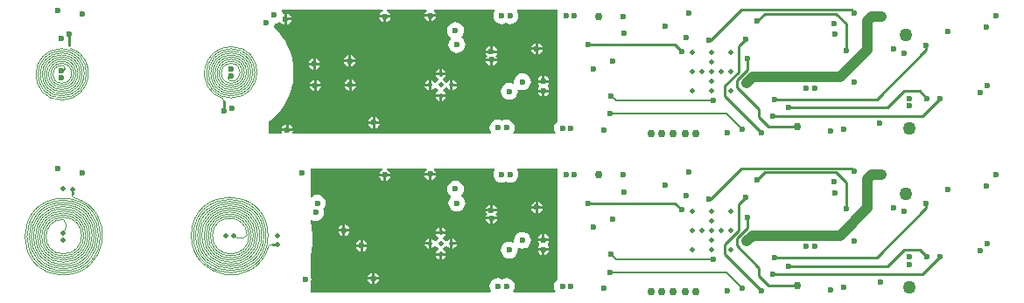
<source format=gbl>
G04*
G04 #@! TF.GenerationSoftware,Altium Limited,Altium Designer,19.1.9 (167)*
G04*
G04 Layer_Physical_Order=4*
G04 Layer_Color=16711680*
%FSLAX24Y24*%
%MOIN*%
G70*
G01*
G75*
%ADD10C,0.0040*%
%ADD12C,0.0060*%
%ADD38C,0.0100*%
%ADD40C,0.0090*%
%ADD41C,0.0080*%
%ADD44C,0.0400*%
%ADD51C,0.0236*%
%ADD52C,0.0300*%
%ADD53C,0.0500*%
%ADD54C,0.0197*%
%ADD55C,0.0200*%
G36*
X20700Y6823D02*
X20658Y6791D01*
X20607Y6724D01*
X20575Y6647D01*
X20564Y6564D01*
X20575Y6481D01*
X20607Y6403D01*
X20619Y6387D01*
X20597Y6342D01*
X19029D01*
X19007Y6387D01*
X19023Y6408D01*
X19055Y6486D01*
X19066Y6569D01*
X19055Y6652D01*
X19023Y6729D01*
X18972Y6796D01*
X18905Y6847D01*
X18828Y6879D01*
X18745Y6890D01*
X18662Y6879D01*
X18586Y6847D01*
X18510Y6879D01*
X18427Y6890D01*
X18344Y6879D01*
X18267Y6847D01*
X18200Y6796D01*
X18149Y6729D01*
X18117Y6652D01*
X18106Y6569D01*
X18117Y6486D01*
X18149Y6408D01*
X18166Y6387D01*
X18143Y6342D01*
X10617D01*
X10593Y6387D01*
X10605Y6405D01*
X10612Y6440D01*
X10188D01*
X10195Y6405D01*
X10207Y6387D01*
X10183Y6342D01*
X9710D01*
Y6814D01*
X9846Y6922D01*
X10011Y7082D01*
X10160Y7258D01*
X10291Y7448D01*
X10402Y7649D01*
X10494Y7861D01*
X10564Y8080D01*
X10612Y8306D01*
X10638Y8535D01*
X10640Y8650D01*
X10640Y8650D01*
X10641Y8766D01*
X10622Y8997D01*
X10579Y9225D01*
X10515Y9448D01*
X10429Y9663D01*
X10322Y9869D01*
X10196Y10063D01*
X10051Y10244D01*
X9889Y10411D01*
X9879Y10419D01*
X9888Y10430D01*
X9920Y10507D01*
X9926Y10551D01*
X9993Y10560D01*
X10070Y10592D01*
X10093Y10609D01*
X10160Y10597D01*
X10183Y10563D01*
X10255Y10515D01*
X10290Y10508D01*
Y10720D01*
Y10932D01*
X10273Y10929D01*
X10229Y10949D01*
X10217Y10960D01*
X10188Y11030D01*
X10186Y11033D01*
X10208Y11078D01*
X14044D01*
X14049Y11028D01*
X14035Y11025D01*
X13963Y10977D01*
X13915Y10904D01*
X13908Y10869D01*
X14332D01*
X14325Y10904D01*
X14277Y10977D01*
X14205Y11025D01*
X14191Y11028D01*
X14196Y11078D01*
X15697D01*
X15712Y11028D01*
X15690Y11013D01*
X15642Y10941D01*
X15635Y10905D01*
X16060D01*
X16053Y10941D01*
X16004Y11013D01*
X15982Y11028D01*
X15997Y11078D01*
X18279D01*
X18303Y11028D01*
X18289Y11009D01*
X18257Y10932D01*
X18246Y10849D01*
X18257Y10766D01*
X18289Y10688D01*
X18340Y10622D01*
X18407Y10571D01*
X18484Y10539D01*
X18567Y10528D01*
X18650Y10539D01*
X18726Y10570D01*
X18802Y10539D01*
X18885Y10528D01*
X18968Y10539D01*
X19045Y10571D01*
X19112Y10622D01*
X19163Y10688D01*
X19195Y10766D01*
X19206Y10849D01*
X19195Y10932D01*
X19163Y11009D01*
X19149Y11028D01*
X19173Y11078D01*
X20700Y11078D01*
Y6823D01*
D02*
G37*
G36*
Y773D02*
X20658Y741D01*
X20607Y674D01*
X20575Y597D01*
X20564Y514D01*
X20575Y431D01*
X20607Y353D01*
X20619Y337D01*
X20597Y292D01*
X19029D01*
X19007Y337D01*
X19023Y358D01*
X19055Y436D01*
X19066Y519D01*
X19055Y602D01*
X19023Y679D01*
X18972Y746D01*
X18905Y797D01*
X18828Y829D01*
X18745Y840D01*
X18662Y829D01*
X18586Y797D01*
X18510Y829D01*
X18427Y840D01*
X18344Y829D01*
X18267Y797D01*
X18200Y746D01*
X18149Y679D01*
X18117Y602D01*
X18106Y519D01*
X18117Y436D01*
X18149Y358D01*
X18166Y337D01*
X18143Y292D01*
X11280D01*
Y682D01*
X11295Y705D01*
X11312Y790D01*
X11295Y875D01*
X11280Y898D01*
Y1702D01*
X11314Y1867D01*
X11346Y2174D01*
X11347Y2329D01*
X11347Y2329D01*
X11349Y2484D01*
X11321Y2794D01*
X11280Y3011D01*
Y3036D01*
X11330Y3058D01*
X11397Y3030D01*
X11480Y3019D01*
X11563Y3030D01*
X11640Y3062D01*
X11707Y3113D01*
X11758Y3180D01*
X11790Y3257D01*
X11801Y3340D01*
X11790Y3423D01*
X11771Y3469D01*
X11777Y3473D01*
X11828Y3540D01*
X11860Y3617D01*
X11871Y3700D01*
X11860Y3783D01*
X11828Y3860D01*
X11777Y3927D01*
X11710Y3978D01*
X11633Y4010D01*
X11550Y4021D01*
X11467Y4010D01*
X11390Y3978D01*
X11330Y3932D01*
X11280Y3945D01*
Y5028D01*
X14044D01*
X14049Y4978D01*
X14035Y4975D01*
X13963Y4927D01*
X13915Y4854D01*
X13908Y4819D01*
X14332D01*
X14325Y4854D01*
X14277Y4927D01*
X14205Y4975D01*
X14191Y4978D01*
X14196Y5028D01*
X15697D01*
X15712Y4978D01*
X15690Y4963D01*
X15642Y4891D01*
X15635Y4855D01*
X16060D01*
X16053Y4891D01*
X16004Y4963D01*
X15982Y4978D01*
X15997Y5028D01*
X18279D01*
X18303Y4978D01*
X18289Y4959D01*
X18257Y4882D01*
X18246Y4799D01*
X18257Y4716D01*
X18289Y4638D01*
X18340Y4572D01*
X18407Y4521D01*
X18484Y4489D01*
X18567Y4478D01*
X18650Y4489D01*
X18726Y4520D01*
X18802Y4489D01*
X18885Y4478D01*
X18968Y4489D01*
X19045Y4521D01*
X19112Y4572D01*
X19163Y4638D01*
X19195Y4716D01*
X19206Y4799D01*
X19195Y4882D01*
X19163Y4959D01*
X19149Y4978D01*
X19173Y5028D01*
X20700Y5028D01*
Y773D01*
D02*
G37*
%LPC*%
G36*
X10390Y10932D02*
Y10770D01*
X10552D01*
X10545Y10805D01*
X10497Y10877D01*
X10425Y10925D01*
X10390Y10932D01*
D02*
G37*
G36*
X16060Y10805D02*
X15897D01*
Y10643D01*
X15932Y10650D01*
X16004Y10698D01*
X16053Y10770D01*
X16060Y10805D01*
D02*
G37*
G36*
X15797D02*
X15635D01*
X15642Y10770D01*
X15690Y10698D01*
X15762Y10650D01*
X15797Y10643D01*
Y10805D01*
D02*
G37*
G36*
X14332Y10769D02*
X14170D01*
Y10607D01*
X14205Y10614D01*
X14277Y10662D01*
X14325Y10734D01*
X14332Y10769D01*
D02*
G37*
G36*
X14070D02*
X13908D01*
X13915Y10734D01*
X13963Y10662D01*
X14035Y10614D01*
X14070Y10607D01*
Y10769D01*
D02*
G37*
G36*
X10552Y10670D02*
X10390D01*
Y10508D01*
X10425Y10515D01*
X10497Y10563D01*
X10545Y10635D01*
X10552Y10670D01*
D02*
G37*
G36*
X19961Y9801D02*
Y9639D01*
X20124D01*
X20117Y9674D01*
X20068Y9746D01*
X19996Y9794D01*
X19961Y9801D01*
D02*
G37*
G36*
X19861D02*
X19826Y9794D01*
X19754Y9746D01*
X19706Y9674D01*
X19699Y9639D01*
X19861D01*
Y9801D01*
D02*
G37*
G36*
X18227Y9691D02*
Y9529D01*
X18390D01*
X18383Y9564D01*
X18334Y9636D01*
X18262Y9684D01*
X18227Y9691D01*
D02*
G37*
G36*
X18127D02*
X18092Y9684D01*
X18020Y9636D01*
X17972Y9564D01*
X17965Y9529D01*
X18127D01*
Y9691D01*
D02*
G37*
G36*
X16807Y10606D02*
X16724Y10595D01*
X16647Y10563D01*
X16580Y10512D01*
X16529Y10446D01*
X16497Y10368D01*
X16486Y10285D01*
X16497Y10202D01*
X16529Y10125D01*
X16580Y10059D01*
X16620Y10028D01*
X16630Y9975D01*
X16624Y9965D01*
X16579Y9906D01*
X16547Y9828D01*
X16536Y9745D01*
X16547Y9662D01*
X16579Y9585D01*
X16630Y9519D01*
X16697Y9468D01*
X16774Y9436D01*
X16857Y9425D01*
X16940Y9436D01*
X17018Y9468D01*
X17084Y9519D01*
X17135Y9585D01*
X17167Y9662D01*
X17178Y9745D01*
X17167Y9828D01*
X17135Y9906D01*
X17084Y9972D01*
X17044Y10003D01*
X17035Y10056D01*
X17040Y10066D01*
X17085Y10125D01*
X17117Y10202D01*
X17128Y10285D01*
X17117Y10368D01*
X17085Y10446D01*
X17034Y10512D01*
X16968Y10563D01*
X16890Y10595D01*
X16807Y10606D01*
D02*
G37*
G36*
X20124Y9539D02*
X19961D01*
Y9376D01*
X19996Y9383D01*
X20068Y9432D01*
X20117Y9504D01*
X20124Y9539D01*
D02*
G37*
G36*
X19861D02*
X19699D01*
X19706Y9504D01*
X19754Y9432D01*
X19826Y9383D01*
X19861Y9376D01*
Y9539D01*
D02*
G37*
G36*
X18390Y9429D02*
X17965D01*
X17972Y9394D01*
X18019Y9323D01*
X17974Y9255D01*
X17967Y9220D01*
X18392D01*
X18385Y9255D01*
X18337Y9326D01*
X18383Y9394D01*
X18390Y9429D01*
D02*
G37*
G36*
X12830Y9342D02*
Y9180D01*
X12992D01*
X12985Y9215D01*
X12937Y9287D01*
X12865Y9335D01*
X12830Y9342D01*
D02*
G37*
G36*
X12730D02*
X12695Y9335D01*
X12623Y9287D01*
X12575Y9215D01*
X12568Y9180D01*
X12730D01*
Y9342D01*
D02*
G37*
G36*
X11480Y9222D02*
Y9060D01*
X11642D01*
X11635Y9095D01*
X11587Y9167D01*
X11515Y9215D01*
X11480Y9222D01*
D02*
G37*
G36*
X11380D02*
X11345Y9215D01*
X11273Y9167D01*
X11225Y9095D01*
X11218Y9060D01*
X11380D01*
Y9222D01*
D02*
G37*
G36*
X18392Y9120D02*
X18229D01*
Y8957D01*
X18264Y8964D01*
X18336Y9013D01*
X18385Y9085D01*
X18392Y9120D01*
D02*
G37*
G36*
X18129D02*
X17967D01*
X17974Y9085D01*
X18022Y9013D01*
X18094Y8964D01*
X18129Y8957D01*
Y9120D01*
D02*
G37*
G36*
X12992Y9080D02*
X12830D01*
Y8918D01*
X12865Y8925D01*
X12937Y8973D01*
X12985Y9045D01*
X12992Y9080D01*
D02*
G37*
G36*
X12730D02*
X12568D01*
X12575Y9045D01*
X12623Y8973D01*
X12695Y8925D01*
X12730Y8918D01*
Y9080D01*
D02*
G37*
G36*
X11642Y8960D02*
X11480D01*
Y8798D01*
X11515Y8805D01*
X11587Y8853D01*
X11635Y8925D01*
X11642Y8960D01*
D02*
G37*
G36*
X11380D02*
X11218D01*
X11225Y8925D01*
X11273Y8853D01*
X11345Y8805D01*
X11380Y8798D01*
Y8960D01*
D02*
G37*
G36*
X16297Y8811D02*
Y8669D01*
X16440D01*
X16434Y8696D01*
X16390Y8762D01*
X16325Y8806D01*
X16297Y8811D01*
D02*
G37*
G36*
X16197D02*
X16170Y8806D01*
X16104Y8762D01*
X16060Y8696D01*
X16055Y8669D01*
X16197D01*
Y8811D01*
D02*
G37*
G36*
X20207Y8561D02*
Y8399D01*
X20370D01*
X20363Y8434D01*
X20314Y8506D01*
X20242Y8554D01*
X20207Y8561D01*
D02*
G37*
G36*
X20107D02*
X20072Y8554D01*
X20000Y8506D01*
X19952Y8434D01*
X19945Y8399D01*
X20107D01*
Y8561D01*
D02*
G37*
G36*
X16440Y8569D02*
X16055D01*
X16060Y8541D01*
X16104Y8476D01*
X16158Y8440D01*
X16161Y8427D01*
Y8397D01*
X16158Y8384D01*
X16104Y8348D01*
X16068Y8295D01*
X16055Y8292D01*
X16026D01*
X16013Y8295D01*
X15977Y8348D01*
X15911Y8392D01*
X15884Y8398D01*
Y8205D01*
Y8013D01*
X15911Y8019D01*
X15977Y8062D01*
X16013Y8116D01*
X16026Y8119D01*
X16055D01*
X16068Y8116D01*
X16104Y8062D01*
X16158Y8027D01*
X16161Y8013D01*
Y7984D01*
X16158Y7971D01*
X16104Y7935D01*
X16060Y7869D01*
X16055Y7842D01*
X16440D01*
X16434Y7869D01*
X16390Y7935D01*
X16337Y7971D01*
X16333Y7984D01*
Y8013D01*
X16337Y8027D01*
X16390Y8062D01*
X16426Y8116D01*
X16439Y8119D01*
X16469D01*
X16482Y8116D01*
X16518Y8062D01*
X16583Y8019D01*
X16611Y8013D01*
Y8205D01*
Y8398D01*
X16583Y8392D01*
X16518Y8348D01*
X16482Y8295D01*
X16469Y8292D01*
X16439D01*
X16426Y8295D01*
X16390Y8348D01*
X16337Y8384D01*
X16333Y8397D01*
Y8427D01*
X16337Y8440D01*
X16390Y8476D01*
X16434Y8541D01*
X16440Y8569D01*
D02*
G37*
G36*
X12850Y8422D02*
Y8260D01*
X13012D01*
X13005Y8295D01*
X12957Y8367D01*
X12885Y8415D01*
X12850Y8422D01*
D02*
G37*
G36*
X12750D02*
X12715Y8415D01*
X12643Y8367D01*
X12595Y8295D01*
X12588Y8260D01*
X12750D01*
Y8422D01*
D02*
G37*
G36*
X16711Y8398D02*
Y8255D01*
X16853D01*
X16848Y8283D01*
X16804Y8348D01*
X16738Y8392D01*
X16711Y8398D01*
D02*
G37*
G36*
X15784D02*
X15756Y8392D01*
X15691Y8348D01*
X15647Y8283D01*
X15641Y8255D01*
X15784D01*
Y8398D01*
D02*
G37*
G36*
X19357Y8650D02*
X19274Y8639D01*
X19197Y8607D01*
X19130Y8556D01*
X19079Y8489D01*
X19047Y8412D01*
X19036Y8329D01*
X19043Y8281D01*
X18997Y8248D01*
X18943Y8270D01*
X18860Y8281D01*
X18777Y8270D01*
X18700Y8238D01*
X18633Y8187D01*
X18582Y8120D01*
X18550Y8043D01*
X18539Y7960D01*
X18550Y7877D01*
X18582Y7800D01*
X18633Y7733D01*
X18700Y7682D01*
X18777Y7650D01*
X18860Y7639D01*
X18943Y7650D01*
X19020Y7682D01*
X19087Y7733D01*
X19138Y7800D01*
X19170Y7877D01*
X19181Y7960D01*
X19175Y8008D01*
X19221Y8041D01*
X19274Y8019D01*
X19357Y8008D01*
X19440Y8019D01*
X19518Y8051D01*
X19584Y8102D01*
X19635Y8168D01*
X19667Y8246D01*
X19678Y8329D01*
X19667Y8412D01*
X19635Y8489D01*
X19584Y8556D01*
X19518Y8607D01*
X19440Y8639D01*
X19357Y8650D01*
D02*
G37*
G36*
X11520Y8402D02*
Y8240D01*
X11682D01*
X11675Y8275D01*
X11627Y8347D01*
X11555Y8395D01*
X11520Y8402D01*
D02*
G37*
G36*
X11420D02*
X11385Y8395D01*
X11313Y8347D01*
X11265Y8275D01*
X11258Y8240D01*
X11420D01*
Y8402D01*
D02*
G37*
G36*
X20370Y8299D02*
X19945D01*
X19952Y8264D01*
X20000Y8192D01*
X20000Y8191D01*
Y8141D01*
X20000Y8141D01*
X19952Y8069D01*
X19945Y8034D01*
X20370D01*
X20363Y8069D01*
X20314Y8141D01*
X20314Y8141D01*
Y8191D01*
X20314Y8192D01*
X20363Y8264D01*
X20370Y8299D01*
D02*
G37*
G36*
X16853Y8155D02*
X16711D01*
Y8013D01*
X16738Y8019D01*
X16804Y8062D01*
X16848Y8128D01*
X16853Y8155D01*
D02*
G37*
G36*
X15784D02*
X15641D01*
X15647Y8128D01*
X15691Y8062D01*
X15756Y8019D01*
X15784Y8013D01*
Y8155D01*
D02*
G37*
G36*
X13012Y8160D02*
X12850D01*
Y7998D01*
X12885Y8005D01*
X12957Y8053D01*
X13005Y8125D01*
X13012Y8160D01*
D02*
G37*
G36*
X12750D02*
X12588D01*
X12595Y8125D01*
X12643Y8053D01*
X12715Y8005D01*
X12750Y7998D01*
Y8160D01*
D02*
G37*
G36*
X11682Y8140D02*
X11520D01*
Y7978D01*
X11555Y7985D01*
X11627Y8033D01*
X11675Y8105D01*
X11682Y8140D01*
D02*
G37*
G36*
X11420D02*
X11258D01*
X11265Y8105D01*
X11313Y8033D01*
X11385Y7985D01*
X11420Y7978D01*
Y8140D01*
D02*
G37*
G36*
X20370Y7934D02*
X20207D01*
Y7772D01*
X20242Y7779D01*
X20314Y7827D01*
X20363Y7899D01*
X20370Y7934D01*
D02*
G37*
G36*
X20107D02*
X19945D01*
X19952Y7899D01*
X20000Y7827D01*
X20072Y7779D01*
X20107Y7772D01*
Y7934D01*
D02*
G37*
G36*
X16440Y7742D02*
X16297D01*
Y7600D01*
X16325Y7605D01*
X16390Y7649D01*
X16434Y7715D01*
X16440Y7742D01*
D02*
G37*
G36*
X16197D02*
X16055D01*
X16060Y7715D01*
X16104Y7649D01*
X16170Y7605D01*
X16197Y7600D01*
Y7742D01*
D02*
G37*
G36*
X13750Y6982D02*
Y6820D01*
X13912D01*
X13905Y6855D01*
X13857Y6927D01*
X13785Y6975D01*
X13750Y6982D01*
D02*
G37*
G36*
X13650D02*
X13615Y6975D01*
X13543Y6927D01*
X13495Y6855D01*
X13488Y6820D01*
X13650D01*
Y6982D01*
D02*
G37*
G36*
X13912Y6720D02*
X13750D01*
Y6558D01*
X13785Y6565D01*
X13857Y6613D01*
X13905Y6685D01*
X13912Y6720D01*
D02*
G37*
G36*
X13650D02*
X13488D01*
X13495Y6685D01*
X13543Y6613D01*
X13615Y6565D01*
X13650Y6558D01*
Y6720D01*
D02*
G37*
G36*
X10450Y6702D02*
Y6540D01*
X10612D01*
X10605Y6575D01*
X10557Y6647D01*
X10485Y6695D01*
X10450Y6702D01*
D02*
G37*
G36*
X10350D02*
X10315Y6695D01*
X10243Y6647D01*
X10195Y6575D01*
X10188Y6540D01*
X10350D01*
Y6702D01*
D02*
G37*
G36*
X16060Y4755D02*
X15897D01*
Y4593D01*
X15932Y4600D01*
X16004Y4648D01*
X16053Y4720D01*
X16060Y4755D01*
D02*
G37*
G36*
X15797D02*
X15635D01*
X15642Y4720D01*
X15690Y4648D01*
X15762Y4600D01*
X15797Y4593D01*
Y4755D01*
D02*
G37*
G36*
X14332Y4719D02*
X14170D01*
Y4557D01*
X14205Y4564D01*
X14277Y4612D01*
X14325Y4684D01*
X14332Y4719D01*
D02*
G37*
G36*
X14070D02*
X13908D01*
X13915Y4684D01*
X13963Y4612D01*
X14035Y4564D01*
X14070Y4557D01*
Y4719D01*
D02*
G37*
G36*
X19961Y3751D02*
Y3589D01*
X20124D01*
X20117Y3624D01*
X20068Y3696D01*
X19996Y3744D01*
X19961Y3751D01*
D02*
G37*
G36*
X19861D02*
X19826Y3744D01*
X19754Y3696D01*
X19706Y3624D01*
X19699Y3589D01*
X19861D01*
Y3751D01*
D02*
G37*
G36*
X18227Y3641D02*
Y3479D01*
X18390D01*
X18383Y3514D01*
X18334Y3586D01*
X18262Y3634D01*
X18227Y3641D01*
D02*
G37*
G36*
X18127D02*
X18092Y3634D01*
X18020Y3586D01*
X17972Y3514D01*
X17965Y3479D01*
X18127D01*
Y3641D01*
D02*
G37*
G36*
X16807Y4556D02*
X16724Y4545D01*
X16647Y4513D01*
X16580Y4462D01*
X16529Y4396D01*
X16497Y4318D01*
X16486Y4235D01*
X16497Y4152D01*
X16529Y4075D01*
X16580Y4009D01*
X16620Y3978D01*
X16630Y3925D01*
X16624Y3915D01*
X16579Y3856D01*
X16547Y3778D01*
X16536Y3695D01*
X16547Y3612D01*
X16579Y3535D01*
X16630Y3469D01*
X16697Y3418D01*
X16774Y3386D01*
X16857Y3375D01*
X16940Y3386D01*
X17018Y3418D01*
X17084Y3469D01*
X17135Y3535D01*
X17167Y3612D01*
X17178Y3695D01*
X17167Y3778D01*
X17135Y3856D01*
X17084Y3922D01*
X17044Y3953D01*
X17035Y4006D01*
X17040Y4016D01*
X17085Y4075D01*
X17117Y4152D01*
X17128Y4235D01*
X17117Y4318D01*
X17085Y4396D01*
X17034Y4462D01*
X16968Y4513D01*
X16890Y4545D01*
X16807Y4556D01*
D02*
G37*
G36*
X20124Y3489D02*
X19961D01*
Y3326D01*
X19996Y3333D01*
X20068Y3382D01*
X20117Y3454D01*
X20124Y3489D01*
D02*
G37*
G36*
X19861D02*
X19699D01*
X19706Y3454D01*
X19754Y3382D01*
X19826Y3333D01*
X19861Y3326D01*
Y3489D01*
D02*
G37*
G36*
X18390Y3379D02*
X17965D01*
X17972Y3344D01*
X18019Y3273D01*
X17974Y3205D01*
X17967Y3170D01*
X18392D01*
X18385Y3205D01*
X18337Y3276D01*
X18383Y3344D01*
X18390Y3379D01*
D02*
G37*
G36*
X18392Y3070D02*
X18229D01*
Y2907D01*
X18264Y2914D01*
X18336Y2963D01*
X18385Y3035D01*
X18392Y3070D01*
D02*
G37*
G36*
X18129D02*
X17967D01*
X17974Y3035D01*
X18022Y2963D01*
X18094Y2914D01*
X18129Y2907D01*
Y3070D01*
D02*
G37*
G36*
X12610Y2872D02*
Y2710D01*
X12772D01*
X12765Y2745D01*
X12717Y2817D01*
X12645Y2865D01*
X12610Y2872D01*
D02*
G37*
G36*
X12510D02*
X12475Y2865D01*
X12403Y2817D01*
X12355Y2745D01*
X12348Y2710D01*
X12510D01*
Y2872D01*
D02*
G37*
G36*
X16297Y2761D02*
Y2619D01*
X16440D01*
X16434Y2646D01*
X16390Y2712D01*
X16325Y2756D01*
X16297Y2761D01*
D02*
G37*
G36*
X16197D02*
X16170Y2756D01*
X16104Y2712D01*
X16060Y2646D01*
X16055Y2619D01*
X16197D01*
Y2761D01*
D02*
G37*
G36*
X12772Y2610D02*
X12610D01*
Y2448D01*
X12645Y2455D01*
X12717Y2503D01*
X12765Y2575D01*
X12772Y2610D01*
D02*
G37*
G36*
X12510D02*
X12348D01*
X12355Y2575D01*
X12403Y2503D01*
X12475Y2455D01*
X12510Y2448D01*
Y2610D01*
D02*
G37*
G36*
X20207Y2511D02*
Y2349D01*
X20370D01*
X20363Y2384D01*
X20314Y2456D01*
X20242Y2504D01*
X20207Y2511D01*
D02*
G37*
G36*
X20107D02*
X20072Y2504D01*
X20000Y2456D01*
X19952Y2384D01*
X19945Y2349D01*
X20107D01*
Y2511D01*
D02*
G37*
G36*
X16440Y2519D02*
X16055D01*
X16060Y2491D01*
X16104Y2426D01*
X16158Y2390D01*
X16161Y2377D01*
Y2347D01*
X16158Y2334D01*
X16104Y2298D01*
X16068Y2245D01*
X16055Y2242D01*
X16026D01*
X16013Y2245D01*
X15977Y2298D01*
X15911Y2342D01*
X15884Y2348D01*
Y2155D01*
Y1963D01*
X15911Y1969D01*
X15977Y2012D01*
X16013Y2066D01*
X16026Y2069D01*
X16055D01*
X16068Y2066D01*
X16104Y2012D01*
X16158Y1977D01*
X16161Y1963D01*
Y1934D01*
X16158Y1921D01*
X16104Y1885D01*
X16060Y1819D01*
X16055Y1792D01*
X16440D01*
X16434Y1819D01*
X16390Y1885D01*
X16337Y1921D01*
X16333Y1934D01*
Y1963D01*
X16337Y1977D01*
X16390Y2012D01*
X16426Y2066D01*
X16439Y2069D01*
X16469D01*
X16482Y2066D01*
X16518Y2012D01*
X16583Y1969D01*
X16611Y1963D01*
Y2155D01*
Y2348D01*
X16583Y2342D01*
X16518Y2298D01*
X16482Y2245D01*
X16469Y2242D01*
X16439D01*
X16426Y2245D01*
X16390Y2298D01*
X16337Y2334D01*
X16333Y2347D01*
Y2377D01*
X16337Y2390D01*
X16390Y2426D01*
X16434Y2491D01*
X16440Y2519D01*
D02*
G37*
G36*
X16711Y2348D02*
Y2205D01*
X16853D01*
X16848Y2233D01*
X16804Y2298D01*
X16738Y2342D01*
X16711Y2348D01*
D02*
G37*
G36*
X15784D02*
X15756Y2342D01*
X15691Y2298D01*
X15647Y2233D01*
X15641Y2205D01*
X15784D01*
Y2348D01*
D02*
G37*
G36*
X19357Y2600D02*
X19274Y2589D01*
X19197Y2557D01*
X19130Y2506D01*
X19079Y2439D01*
X19047Y2362D01*
X19036Y2279D01*
X19043Y2231D01*
X18997Y2198D01*
X18943Y2220D01*
X18860Y2231D01*
X18777Y2220D01*
X18700Y2188D01*
X18633Y2137D01*
X18582Y2070D01*
X18550Y1993D01*
X18539Y1910D01*
X18550Y1827D01*
X18582Y1750D01*
X18633Y1683D01*
X18700Y1632D01*
X18777Y1600D01*
X18860Y1589D01*
X18943Y1600D01*
X19020Y1632D01*
X19087Y1683D01*
X19138Y1750D01*
X19170Y1827D01*
X19181Y1910D01*
X19175Y1958D01*
X19221Y1991D01*
X19274Y1969D01*
X19357Y1958D01*
X19440Y1969D01*
X19518Y2001D01*
X19584Y2052D01*
X19635Y2118D01*
X19667Y2196D01*
X19678Y2279D01*
X19667Y2362D01*
X19635Y2439D01*
X19584Y2506D01*
X19518Y2557D01*
X19440Y2589D01*
X19357Y2600D01*
D02*
G37*
G36*
X13280Y2282D02*
Y2120D01*
X13442D01*
X13435Y2155D01*
X13387Y2227D01*
X13315Y2275D01*
X13280Y2282D01*
D02*
G37*
G36*
X13180D02*
X13145Y2275D01*
X13073Y2227D01*
X13025Y2155D01*
X13018Y2120D01*
X13180D01*
Y2282D01*
D02*
G37*
G36*
X20370Y2249D02*
X19945D01*
X19952Y2214D01*
X20000Y2142D01*
X20000Y2141D01*
Y2091D01*
X20000Y2091D01*
X19952Y2019D01*
X19945Y1984D01*
X20370D01*
X20363Y2019D01*
X20314Y2091D01*
X20314Y2091D01*
Y2141D01*
X20314Y2142D01*
X20363Y2214D01*
X20370Y2249D01*
D02*
G37*
G36*
X16853Y2105D02*
X16711D01*
Y1963D01*
X16738Y1969D01*
X16804Y2012D01*
X16848Y2078D01*
X16853Y2105D01*
D02*
G37*
G36*
X15784D02*
X15641D01*
X15647Y2078D01*
X15691Y2012D01*
X15756Y1969D01*
X15784Y1963D01*
Y2105D01*
D02*
G37*
G36*
X13442Y2020D02*
X13280D01*
Y1858D01*
X13315Y1865D01*
X13387Y1913D01*
X13435Y1985D01*
X13442Y2020D01*
D02*
G37*
G36*
X13180D02*
X13018D01*
X13025Y1985D01*
X13073Y1913D01*
X13145Y1865D01*
X13180Y1858D01*
Y2020D01*
D02*
G37*
G36*
X20370Y1884D02*
X20207D01*
Y1722D01*
X20242Y1729D01*
X20314Y1777D01*
X20363Y1849D01*
X20370Y1884D01*
D02*
G37*
G36*
X20107D02*
X19945D01*
X19952Y1849D01*
X20000Y1777D01*
X20072Y1729D01*
X20107Y1722D01*
Y1884D01*
D02*
G37*
G36*
X16440Y1692D02*
X16297D01*
Y1550D01*
X16325Y1555D01*
X16390Y1599D01*
X16434Y1665D01*
X16440Y1692D01*
D02*
G37*
G36*
X16197D02*
X16055D01*
X16060Y1665D01*
X16104Y1599D01*
X16170Y1555D01*
X16197Y1550D01*
Y1692D01*
D02*
G37*
G36*
X13730Y1032D02*
Y870D01*
X13892D01*
X13885Y905D01*
X13837Y977D01*
X13765Y1025D01*
X13730Y1032D01*
D02*
G37*
G36*
X13630D02*
X13595Y1025D01*
X13523Y977D01*
X13475Y905D01*
X13468Y870D01*
X13630D01*
Y1032D01*
D02*
G37*
G36*
X13892Y770D02*
X13730D01*
Y608D01*
X13765Y615D01*
X13837Y663D01*
X13885Y735D01*
X13892Y770D01*
D02*
G37*
G36*
X13630D02*
X13468D01*
X13475Y735D01*
X13523Y663D01*
X13595Y615D01*
X13630Y608D01*
Y770D01*
D02*
G37*
%LPD*%
D10*
X8268Y7792D02*
G03*
X8268Y9592I0J900D01*
G01*
Y7712D02*
G03*
X8268Y9672I0J980D01*
G01*
Y7952D02*
G03*
X8268Y9432I0J740D01*
G01*
Y7872D02*
G03*
X8268Y9512I0J820D01*
G01*
Y8112D02*
G03*
X8268Y9272I0J580D01*
G01*
Y8192D02*
G03*
X8268Y9192I0J500D01*
G01*
Y8032D02*
G03*
X8268Y9352I0J660D01*
G01*
Y8272D02*
G03*
X8268Y9112I0J420D01*
G01*
Y8352D02*
G03*
X8268Y9032I0J340D01*
G01*
D02*
G03*
X8268Y8272I0J-380D01*
G01*
X8148Y8472D02*
G03*
X8268Y8352I120J0D01*
G01*
Y9192D02*
G03*
X8268Y8112I0J-540D01*
G01*
Y9272D02*
G03*
X8268Y8032I0J-620D01*
G01*
Y9112D02*
G03*
X8268Y8192I0J-460D01*
G01*
Y9512D02*
G03*
X8268Y7792I0J-860D01*
G01*
Y9592D02*
G03*
X8268Y7712I0J-940D01*
G01*
Y9672D02*
G03*
X7942Y7685I0J-1020D01*
G01*
X8268Y9352D02*
G03*
X8268Y7952I0J-700D01*
G01*
Y9432D02*
G03*
X8268Y7872I0J-780D01*
G01*
X7988Y7592D02*
G03*
X7942Y7685I-69J24D01*
G01*
X1811Y7632D02*
G03*
X2136Y9618I0J1020D01*
G01*
X1811Y7712D02*
G03*
X1811Y9592I0J940D01*
G01*
Y7792D02*
G03*
X1811Y9512I0J860D01*
G01*
Y7872D02*
G03*
X1811Y9432I0J780D01*
G01*
X2091Y9712D02*
G03*
X2136Y9618I69J-24D01*
G01*
X1811Y7952D02*
G03*
X1811Y9352I0J700D01*
G01*
Y8032D02*
G03*
X1811Y9272I0J620D01*
G01*
X1931Y8832D02*
G03*
X1811Y8952I-120J0D01*
G01*
Y8192D02*
G03*
X1811Y9112I0J460D01*
G01*
Y8112D02*
G03*
X1811Y9192I0J540D01*
G01*
Y8272D02*
G03*
X1811Y9032I0J380D01*
G01*
Y8952D02*
G03*
X1811Y8272I0J-340D01*
G01*
Y9032D02*
G03*
X1811Y8192I0J-420D01*
G01*
Y9192D02*
G03*
X1811Y8032I0J-580D01*
G01*
Y9272D02*
G03*
X1811Y7952I0J-660D01*
G01*
Y9112D02*
G03*
X1811Y8112I0J-500D01*
G01*
Y9512D02*
G03*
X1811Y7712I0J-900D01*
G01*
Y9592D02*
G03*
X1811Y7632I0J-980D01*
G01*
Y9352D02*
G03*
X1811Y7872I0J-740D01*
G01*
Y9432D02*
G03*
X1811Y7792I0J-820D01*
G01*
X2220Y4040D02*
G03*
X2287Y3901I103J-36D01*
G01*
X1870Y2560D02*
G03*
X1870Y3080I-260J260D01*
G01*
Y1120D02*
G03*
X1870Y3800I0J1340D01*
G01*
Y1040D02*
G03*
X1870Y3880I0J1420D01*
G01*
Y960D02*
G03*
X2287Y3901I0J1500D01*
G01*
X1870Y1280D02*
G03*
X1870Y3640I0J1180D01*
G01*
Y1200D02*
G03*
X1870Y3720I0J1260D01*
G01*
Y1360D02*
G03*
X1870Y3560I0J1100D01*
G01*
Y1440D02*
G03*
X1870Y3480I0J1020D01*
G01*
Y1760D02*
G03*
X1870Y3160I0J700D01*
G01*
Y1600D02*
G03*
X1870Y3320I0J860D01*
G01*
Y1680D02*
G03*
X1870Y3240I0J780D01*
G01*
Y3160D02*
G03*
X1870Y1680I0J-740D01*
G01*
Y3080D02*
G03*
X1870Y1760I0J-660D01*
G01*
Y3240D02*
G03*
X1870Y1600I0J-820D01*
G01*
Y3480D02*
G03*
X1870Y1360I0J-1060D01*
G01*
Y3560D02*
G03*
X1870Y1280I0J-1140D01*
G01*
Y1520D02*
G03*
X1870Y3400I0J940D01*
G01*
Y3320D02*
G03*
X1870Y1520I0J-900D01*
G01*
Y3400D02*
G03*
X1870Y1440I0J-980D01*
G01*
Y3880D02*
G03*
X1870Y960I0J-1460D01*
G01*
Y3640D02*
G03*
X1870Y1200I0J-1220D01*
G01*
Y3800D02*
G03*
X1870Y1040I0J-1380D01*
G01*
Y3720D02*
G03*
X1870Y1120I0J-1300D01*
G01*
X8950Y2460D02*
G03*
X7470Y2460I-740J0D01*
G01*
X9030D02*
G03*
X7390Y2460I-820J0D01*
G01*
X8870D02*
G03*
X7550Y2460I-660J0D01*
G01*
X7470D02*
G03*
X9030Y2460I780J0D01*
G01*
X7390D02*
G03*
X9110Y2460I860J0D01*
G01*
X9830Y2110D02*
G03*
X9691Y2043I-36J-103D01*
G01*
X7550Y2460D02*
G03*
X8950Y2460I700J0D01*
G01*
X9590D02*
G03*
X6830Y2460I-1380J0D01*
G01*
X9670D02*
G03*
X6750Y2460I-1460J0D01*
G01*
X9510D02*
G03*
X6910Y2460I-1300J0D01*
G01*
X9270D02*
G03*
X7150Y2460I-1060J0D01*
G01*
X9430D02*
G03*
X6990Y2460I-1220J0D01*
G01*
X9350D02*
G03*
X7070Y2460I-1140J0D01*
G01*
X9110D02*
G03*
X7310Y2460I-900J0D01*
G01*
X9190D02*
G03*
X7230Y2460I-980J0D01*
G01*
X7070D02*
G03*
X9430Y2460I1180J0D01*
G01*
X6990D02*
G03*
X9510Y2460I1260J0D01*
G01*
X6910D02*
G03*
X9590Y2460I1340J0D01*
G01*
X6830D02*
G03*
X9670Y2460I1420J0D01*
G01*
X6750D02*
G03*
X9691Y2043I1500J0D01*
G01*
X7310Y2460D02*
G03*
X9190Y2460I940J0D01*
G01*
X7230D02*
G03*
X9270Y2460I1020J0D01*
G01*
X7150D02*
G03*
X9350Y2460I1100J0D01*
G01*
X8350D02*
G03*
X8870Y2460I260J260D01*
G01*
D12*
X8268Y8552D02*
G03*
X8148Y8472I-20J-100D01*
G01*
X1811Y8752D02*
G03*
X1931Y8832I20J100D01*
G01*
D38*
X7988Y7207D02*
Y7592D01*
X2091Y9712D02*
Y10136D01*
X2220Y4040D02*
Y4130D01*
X9830Y2110D02*
X9920D01*
D40*
X28740Y6610D02*
X29820D01*
X28370Y6980D02*
X28740Y6610D01*
X28370Y6980D02*
Y7280D01*
X27060Y7800D02*
X28470Y6390D01*
X27060Y8170D02*
X27580Y8690D01*
X27060Y7800D02*
Y8170D01*
X27520Y8390D02*
X27918Y8788D01*
X27520Y8130D02*
Y8390D01*
Y8130D02*
X28370Y7280D01*
X27580Y8690D02*
Y9690D01*
X27852Y9962D01*
X27918Y8788D02*
Y9208D01*
X21850Y9750D02*
X25170D01*
X31306Y10930D02*
X31700Y10536D01*
X28590Y10930D02*
X31306D01*
X28300Y10640D02*
X28590Y10930D01*
X31700Y9530D02*
Y10536D01*
X29480Y7340D02*
X33270D01*
X28950Y7660D02*
X32850D01*
X33270Y7340D02*
X33900Y7970D01*
X32850Y7660D02*
X34742Y9552D01*
Y9722D01*
X34589Y7029D02*
X35250Y7690D01*
X28880Y7029D02*
X34589D01*
X33900Y7970D02*
X34490D01*
X34770Y7690D01*
X31880Y11080D02*
X32000Y10960D01*
X27686Y11080D02*
X31880D01*
X26516Y9910D02*
X27686Y11080D01*
X25170Y9750D02*
X25430Y9490D01*
X28740Y560D02*
X29820D01*
X28370Y930D02*
X28740Y560D01*
X28370Y930D02*
Y1230D01*
X27060Y1750D02*
X28470Y340D01*
X27060Y2120D02*
X27580Y2640D01*
X27060Y1750D02*
Y2120D01*
X27520Y2340D02*
X27918Y2738D01*
X27520Y2080D02*
Y2340D01*
Y2080D02*
X28370Y1230D01*
X27580Y2640D02*
Y3640D01*
X27852Y3913D01*
X27918Y2738D02*
Y3158D01*
X21850Y3700D02*
X25170D01*
X31306Y4880D02*
X31700Y4486D01*
X28590Y4880D02*
X31306D01*
X28300Y4590D02*
X28590Y4880D01*
X31700Y3480D02*
Y4486D01*
X29480Y1290D02*
X33270D01*
X28950Y1610D02*
X32850D01*
X33270Y1290D02*
X33900Y1920D01*
X32850Y1610D02*
X34742Y3502D01*
Y3672D01*
X34589Y979D02*
X35250Y1640D01*
X28880Y979D02*
X34589D01*
X33900Y1920D02*
X34490D01*
X34770Y1640D01*
X31880Y5030D02*
X32000Y4910D01*
X27686Y5030D02*
X31880D01*
X26516Y3860D02*
X27686Y5030D01*
X25170Y3700D02*
X25430Y3440D01*
D41*
X22919Y7611D02*
X26641D01*
X22732Y7798D02*
X22919Y7611D01*
X22700Y7110D02*
X27130D01*
X27730Y6510D01*
X22919Y1561D02*
X26641D01*
X22732Y1748D02*
X22919Y1561D01*
X22700Y1060D02*
X27130D01*
X27730Y460D01*
D44*
X31460Y8510D02*
X32506Y9556D01*
X28130Y8510D02*
X31460D01*
X27910Y8290D02*
X28130Y8510D01*
X32506Y9556D02*
Y10656D01*
X32670Y10820D02*
X33030D01*
X32506Y10656D02*
X32670Y10820D01*
X31460Y2460D02*
X32506Y3506D01*
X28130Y2460D02*
X31460D01*
X27910Y2240D02*
X28130Y2460D01*
X32506Y3506D02*
Y4606D01*
X32670Y4770D02*
X33030D01*
X32506Y4606D02*
X32670Y4770D01*
D51*
X25710Y10950D02*
D03*
X1656Y11056D02*
D03*
X9610Y10590D02*
D03*
X2579Y10910D02*
D03*
X10400Y6490D02*
D03*
X9910Y10870D02*
D03*
X21850Y9750D02*
D03*
X22700Y7110D02*
D03*
X21192Y6564D02*
D03*
X31700Y9530D02*
D03*
X30170Y8097D02*
D03*
X30478Y8093D02*
D03*
X33885Y9425D02*
D03*
X34742Y9722D02*
D03*
X35250Y7690D02*
D03*
X34770D02*
D03*
X28880Y7029D02*
D03*
X34110Y7690D02*
D03*
Y7410D02*
D03*
X35550Y10260D02*
D03*
X29480Y7340D02*
D03*
X28950Y7660D02*
D03*
X31110Y6450D02*
D03*
X23210Y10830D02*
D03*
X32000Y10960D02*
D03*
X24780Y10440D02*
D03*
X23220Y10170D02*
D03*
X27730Y6510D02*
D03*
X32970Y6750D02*
D03*
X27156Y6400D02*
D03*
X22460Y6500D02*
D03*
X18860Y7960D02*
D03*
X20157Y7984D02*
D03*
X32010Y8310D02*
D03*
X28300Y10640D02*
D03*
X27918Y9208D02*
D03*
X26641Y7611D02*
D03*
X27910Y8290D02*
D03*
X31250Y10140D02*
D03*
X31240Y10560D02*
D03*
X12780Y9130D02*
D03*
X14120Y10819D02*
D03*
X7988Y7207D02*
D03*
X10340Y10720D02*
D03*
X11430Y9010D02*
D03*
X22050Y8830D02*
D03*
X22732Y7798D02*
D03*
X28472Y6392D02*
D03*
X27852Y9962D02*
D03*
X26460Y9910D02*
D03*
X25590Y10030D02*
D03*
X25430Y9490D02*
D03*
X37068Y8188D02*
D03*
X33030Y10820D02*
D03*
X32506Y10656D02*
D03*
X33500Y9570D02*
D03*
X37410Y10840D02*
D03*
X37040Y10415D02*
D03*
X12800Y8210D02*
D03*
X19911Y9589D02*
D03*
X13700Y6770D02*
D03*
X11470Y8190D02*
D03*
X8268Y8832D02*
D03*
Y8552D02*
D03*
X8288Y7332D02*
D03*
X2091Y10136D02*
D03*
X1791Y9972D02*
D03*
X1811Y8752D02*
D03*
Y8472D02*
D03*
X18885Y10849D02*
D03*
X20885Y6564D02*
D03*
X18745Y6569D02*
D03*
X18427D02*
D03*
X18567Y10849D02*
D03*
X18179Y9170D02*
D03*
X21332Y10844D02*
D03*
X21025D02*
D03*
X36800Y7920D02*
D03*
X31590Y6530D02*
D03*
X22810Y9130D02*
D03*
X16857Y9745D02*
D03*
X16807Y10285D02*
D03*
X19357Y8329D02*
D03*
X20157Y8349D02*
D03*
X18177Y9479D02*
D03*
X15847Y10855D02*
D03*
X25700Y4890D02*
D03*
X11550Y3700D02*
D03*
X13230Y2070D02*
D03*
X13680Y820D02*
D03*
X11480Y3340D02*
D03*
X12560Y2660D02*
D03*
X1656Y5006D02*
D03*
X2579Y4860D02*
D03*
X11090Y790D02*
D03*
X21850Y3700D02*
D03*
X22700Y1060D02*
D03*
X21192Y514D02*
D03*
X31700Y3480D02*
D03*
X30170Y2047D02*
D03*
X30478Y2043D02*
D03*
X33885Y3375D02*
D03*
X34742Y3672D02*
D03*
X35250Y1640D02*
D03*
X34770D02*
D03*
X28880Y979D02*
D03*
X34110Y1640D02*
D03*
Y1360D02*
D03*
X35550Y4210D02*
D03*
X29480Y1290D02*
D03*
X28950Y1610D02*
D03*
X31110Y400D02*
D03*
X23210Y4780D02*
D03*
X32000Y4910D02*
D03*
X24780Y4390D02*
D03*
X23220Y4120D02*
D03*
X27730Y460D02*
D03*
X32990Y670D02*
D03*
X27156Y350D02*
D03*
X22460Y450D02*
D03*
X18860Y1910D02*
D03*
X20157Y1934D02*
D03*
X32010Y2260D02*
D03*
X28300Y4590D02*
D03*
X27918Y3158D02*
D03*
X26641Y1561D02*
D03*
X27910Y2240D02*
D03*
X31250Y4090D02*
D03*
X31240Y4510D02*
D03*
X14120Y4769D02*
D03*
X10960Y4840D02*
D03*
X22050Y2780D02*
D03*
X22732Y1748D02*
D03*
X28472Y342D02*
D03*
X27852Y3913D02*
D03*
X26460Y3860D02*
D03*
X25590Y3980D02*
D03*
X25430Y3440D02*
D03*
X37068Y2138D02*
D03*
X33030Y4770D02*
D03*
X32506Y4606D02*
D03*
X33500Y3520D02*
D03*
X37410Y4790D02*
D03*
X37040Y4365D02*
D03*
X19911Y3539D02*
D03*
X18885Y4799D02*
D03*
X20885Y514D02*
D03*
X18745Y519D02*
D03*
X18427D02*
D03*
X18567Y4799D02*
D03*
X18179Y3120D02*
D03*
X21332Y4794D02*
D03*
X21025D02*
D03*
X36800Y1870D02*
D03*
X31590Y480D02*
D03*
X22810Y3080D02*
D03*
X16857Y3695D02*
D03*
X16807Y4235D02*
D03*
X19357Y2279D02*
D03*
X20157Y2299D02*
D03*
X18177Y3429D02*
D03*
X15847Y4805D02*
D03*
D52*
X25080Y6360D02*
D03*
X25970D02*
D03*
X24260D02*
D03*
X24650D02*
D03*
X29820Y6610D02*
D03*
X25565Y6360D02*
D03*
X22265Y10825D02*
D03*
X25080Y310D02*
D03*
X25970D02*
D03*
X24260D02*
D03*
X24650D02*
D03*
X29820Y560D02*
D03*
X25565Y310D02*
D03*
X22265Y4775D02*
D03*
D53*
X34110Y6540D02*
D03*
X33950Y10110D02*
D03*
X34110Y490D02*
D03*
X33950Y4060D02*
D03*
D54*
X16247Y8205D02*
D03*
X15834D02*
D03*
X16661D02*
D03*
X16247Y7792D02*
D03*
Y8619D02*
D03*
X27300Y9451D02*
D03*
Y8713D02*
D03*
Y7975D02*
D03*
X26931Y8713D02*
D03*
X26562Y9451D02*
D03*
Y9082D02*
D03*
Y8713D02*
D03*
Y8344D02*
D03*
Y7975D02*
D03*
X26193Y8713D02*
D03*
X25824Y9451D02*
D03*
Y8713D02*
D03*
Y7975D02*
D03*
X16247Y2155D02*
D03*
X15834D02*
D03*
X16661D02*
D03*
X16247Y1742D02*
D03*
Y2569D02*
D03*
X27300Y3401D02*
D03*
Y2663D02*
D03*
Y1925D02*
D03*
X26931Y2663D02*
D03*
X26562Y3401D02*
D03*
Y3032D02*
D03*
Y2663D02*
D03*
Y2294D02*
D03*
Y1925D02*
D03*
X26193Y2663D02*
D03*
X25824Y3401D02*
D03*
Y2663D02*
D03*
Y1925D02*
D03*
D55*
X8070Y2460D02*
D03*
X8350D02*
D03*
X10026Y2454D02*
D03*
X10020Y2110D02*
D03*
X1870Y2280D02*
D03*
Y2560D02*
D03*
X1876Y4236D02*
D03*
X2220Y4230D02*
D03*
M02*

</source>
